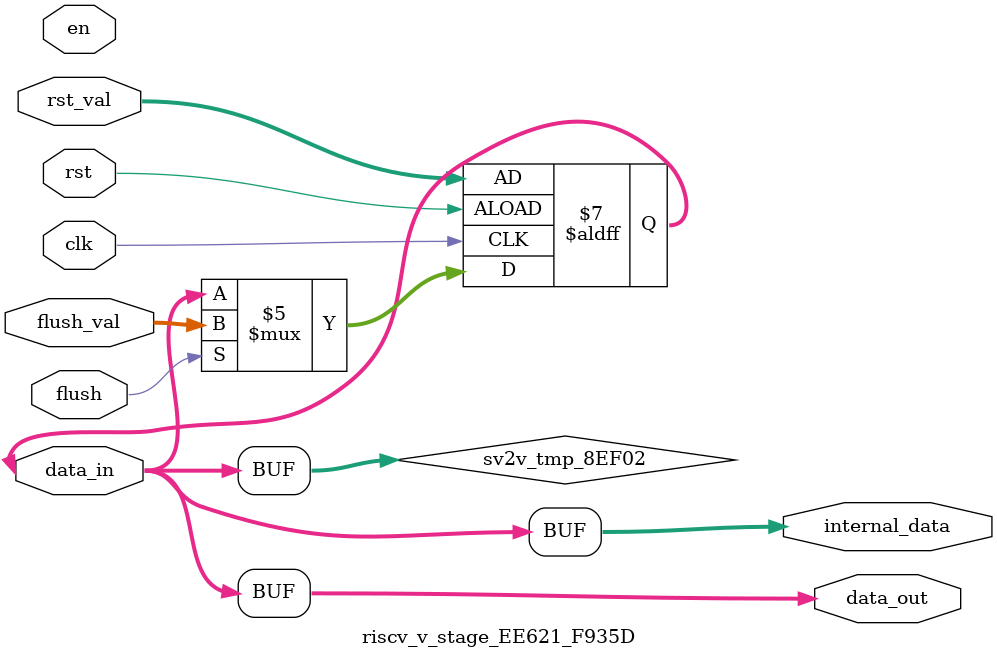
<source format=v>
module riscv_v_stage_EE621_F935D (
	clk,
	rst,
	en,
	flush,
	rst_val,
	flush_val,
	data_in,
	data_out,
	internal_data
);
	parameter signed [31:0] DATA_T_riscv_v_pkg_RISCV_V_IMM_WIDTH = 0;
	parameter signed [31:0] NUM_STAGES = 1;
	input wire clk;
	input wire rst;
	input wire en;
	input wire flush;
	input wire [DATA_T_riscv_v_pkg_RISCV_V_IMM_WIDTH - 1:0] rst_val;
	input wire [DATA_T_riscv_v_pkg_RISCV_V_IMM_WIDTH - 1:0] flush_val;
	input wire [DATA_T_riscv_v_pkg_RISCV_V_IMM_WIDTH - 1:0] data_in;
	output wire [DATA_T_riscv_v_pkg_RISCV_V_IMM_WIDTH - 1:0] data_out;
	output reg [(NUM_STAGES >= 0 ? ((NUM_STAGES + 1) * DATA_T_riscv_v_pkg_RISCV_V_IMM_WIDTH) - 1 : ((1 - NUM_STAGES) * DATA_T_riscv_v_pkg_RISCV_V_IMM_WIDTH) + ((NUM_STAGES * DATA_T_riscv_v_pkg_RISCV_V_IMM_WIDTH) - 1)):(NUM_STAGES >= 0 ? 0 : NUM_STAGES * DATA_T_riscv_v_pkg_RISCV_V_IMM_WIDTH)] internal_data;
	wire [DATA_T_riscv_v_pkg_RISCV_V_IMM_WIDTH * 1:1] sv2v_tmp_8EF02;
	assign sv2v_tmp_8EF02 = data_in;
	always @(*) internal_data[(NUM_STAGES >= 0 ? 0 : NUM_STAGES) * DATA_T_riscv_v_pkg_RISCV_V_IMM_WIDTH+:DATA_T_riscv_v_pkg_RISCV_V_IMM_WIDTH] = sv2v_tmp_8EF02;
	genvar _gv_idx_1;
	generate
		for (_gv_idx_1 = 1; _gv_idx_1 <= NUM_STAGES; _gv_idx_1 = _gv_idx_1 + 1) begin : gen_stage_data
			localparam idx = _gv_idx_1;
			always @(posedge clk or posedge rst)
				if (rst)
					internal_data[(NUM_STAGES >= 0 ? idx : NUM_STAGES - idx) * DATA_T_riscv_v_pkg_RISCV_V_IMM_WIDTH+:DATA_T_riscv_v_pkg_RISCV_V_IMM_WIDTH] <= rst_val;
				else if (flush)
					internal_data[(NUM_STAGES >= 0 ? idx : NUM_STAGES - idx) * DATA_T_riscv_v_pkg_RISCV_V_IMM_WIDTH+:DATA_T_riscv_v_pkg_RISCV_V_IMM_WIDTH] <= flush_val;
				else if (en)
					internal_data[(NUM_STAGES >= 0 ? idx : NUM_STAGES - idx) * DATA_T_riscv_v_pkg_RISCV_V_IMM_WIDTH+:DATA_T_riscv_v_pkg_RISCV_V_IMM_WIDTH] <= internal_data[(NUM_STAGES >= 0 ? idx - 1 : NUM_STAGES - (idx - 1)) * DATA_T_riscv_v_pkg_RISCV_V_IMM_WIDTH+:DATA_T_riscv_v_pkg_RISCV_V_IMM_WIDTH];
		end
	endgenerate
	assign data_out = internal_data[(NUM_STAGES >= 0 ? NUM_STAGES : NUM_STAGES - NUM_STAGES) * DATA_T_riscv_v_pkg_RISCV_V_IMM_WIDTH+:DATA_T_riscv_v_pkg_RISCV_V_IMM_WIDTH];
endmodule

</source>
